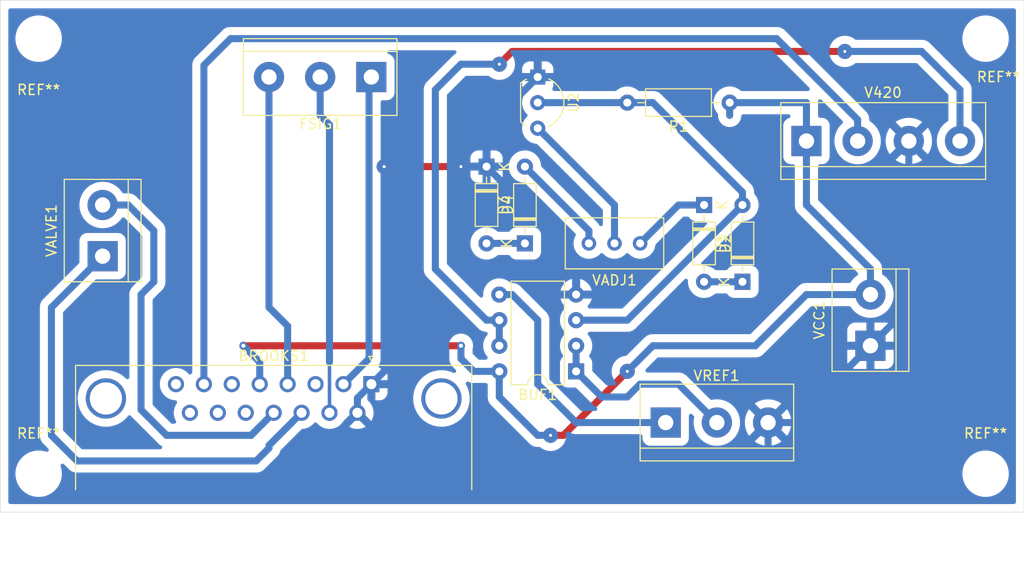
<source format=kicad_pcb>
(kicad_pcb (version 20211014) (generator pcbnew)
  (layers (0 "F.Cu" signal) (31 "B.Cu" signal) (34 "B.Paste" user) (35 "F.Paste" user) (36 "B.SilkS" user "B.Silkscreen") (37 "F.SilkS" user "F.Silkscreen") (38 "B.Mask" user) (39 "F.Mask" user) (44 "Edge.Cuts" user))
  (net 0 "")
  (net 2 "Net-(BROOKS1-Pad12)")
  (net 3 "Net-(BROOKS1-Pad11)")
  (net 4 "Net-(BROOKS1-Pad10)")
  (net 5 "Net-(BROOKS1-Pad7)")
  (net 6 "Net-(BROOKS1-Pad4)")
  (net 7 "Net-(BROOKS1-Pad2)")
  (net 8 "Net-(BUF1-Pad3)")
  (net 9 "Net-(BUF1-Pad1)")
  (net 10 "Net-(D1-Pad1)")
  (net 11 "Net-(D2-Pad1)")
  (net 12 "Net-(D3-Pad2)")
  (net 13 "Net-(D3-Pad1)")
  (net 14 "Net-(U2-Pad3)")
  (net 15 "GND")
  (net 16 "Net-(BUF1-Pad6)")
  (net 17 "Net-(BUF1-Pad5)")
  (net 18 "Net-(BROOKS1-Pad5)")
  (footprint "Connector_Dsub:DSUB-15_Female_Horizontal_P2.77x2.84mm_EdgePinOffset7.70mm_Housed_MountingHolesOffset9.12mm" (layer "F.Cu") (at 176.53 88.9)
    (fp_text reference "BROOKS1" (at -9.695 -2.8) (layer "F.SilkS"))
    (fp_text value "DB15_Male_MountingHoles")
    (fp_line (start -29.355 10.48) (end -29.355 -1.86) (layer "F.SilkS") (width 0.12))
    (fp_line (start 0 -2.321325) (end -0.25 -2.754338) (layer "F.SilkS") (width 0.12))
    (fp_line (start 0.25 -2.754338) (end 0 -2.321325) (layer "F.SilkS") (width 0.12))
    (fp_line (start -0.25 -2.754338) (end 0.25 -2.754338) (layer "F.SilkS") (width 0.12))
    (fp_line (start -29.355 -1.86) (end 9.965 -1.86) (layer "F.SilkS") (width 0.12))
    (fp_line (start 9.965 -1.86) (end 9.965 10.48) (layer "F.SilkS") (width 0.12))
    (pad "0" thru_hole circle locked (at -26.345 1.42) (size 4 4) (drill 3.2) (layers *.Cu *.Mask))
    (pad "0" thru_hole circle locked (at 6.955 1.42) (size 4 4) (drill 3.2) (layers *.Cu *.Mask))
    (pad "1" thru_hole rect locked (at 0 0) (size 1.6 1.6) (drill 1) (layers *.Cu *.Mask) (net 15 "GND"))
    (pad "2" thru_hole circle locked (at -2.77 0) (size 1.6 1.6) (drill 1) (layers *.Cu *.Mask) (net 7 "Net-(BROOKS1-Pad2)"))
    (pad "3" thru_hole circle locked (at -5.54 0) (size 1.6 1.6) (drill 1) (layers *.Cu *.Mask))
    (pad "4" thru_hole circle locked (at -8.31 0) (size 1.6 1.6) (drill 1) (layers *.Cu *.Mask) (net 6 "Net-(BROOKS1-Pad4)"))
    (pad "5" thru_hole circle locked (at -11.08 0) (size 1.6 1.6) (drill 1) (layers *.Cu *.Mask) (net 18 "Net-(BROOKS1-Pad5)"))
    (pad "6" thru_hole circle locked (at -13.85 0) (size 1.6 1.6) (drill 1) (layers *.Cu *.Mask))
    (pad "7" thru_hole circle locked (at -16.62 0) (size 1.6 1.6) (drill 1) (layers *.Cu *.Mask) (net 5 "Net-(BROOKS1-Pad7)"))
    (pad "8" thru_hole circle locked (at -19.39 0) (size 1.6 1.6) (drill 1) (layers *.Cu *.Mask))
    (pad "9" thru_hole circle locked (at -1.385 2.84) (size 1.6 1.6) (drill 1) (layers *.Cu *.Mask) (net 15 "GND"))
    (pad "10" thru_hole circle locked (at -4.155 2.84) (size 1.6 1.6) (drill 1) (layers *.Cu *.Mask) (net 4 "Net-(BROOKS1-Pad10)"))
    (pad "11" thru_hole circle locked (at -6.925 2.84) (size 1.6 1.6) (drill 1) (layers *.Cu *.Mask) (net 3 "Net-(BROOKS1-Pad11)"))
    (pad "12" thru_hole circle locked (at -9.695 2.84) (size 1.6 1.6) (drill 1) (layers *.Cu *.Mask) (net 2 "Net-(BROOKS1-Pad12)"))
    (pad "13" thru_hole circle locked (at -12.465 2.84) (size 1.6 1.6) (drill 1) (layers *.Cu *.Mask))
    (pad "14" thru_hole circle locked (at -15.235 2.84) (size 1.6 1.6) (drill 1) (layers *.Cu *.Mask))
    (pad "15" thru_hole circle locked (at -18.005 2.84) (size 1.6 1.6) (drill 1) (layers *.Cu *.Mask))
  )
  (footprint "Package_DIP:DIP-8_W7.62mm" (layer "F.Cu") (at 196.85 87.63 180)
    (fp_text reference "BUF1" (at 3.81 -2.33) (layer "F.SilkS"))
    (fp_text value "LM358")
    (fp_line (start 6.46 -1.33) (end 4.81 -1.33) (layer "F.SilkS") (width 0.12))
    (fp_line (start 2.81 -1.33) (end 1.16 -1.33) (layer "F.SilkS") (width 0.12))
    (fp_line (start 6.46 8.95) (end 6.46 -1.33) (layer "F.SilkS") (width 0.12))
    (fp_line (start 1.16 8.95) (end 6.46 8.95) (layer "F.SilkS") (width 0.12))
    (fp_line (start 1.16 -1.33) (end 1.16 8.95) (layer "F.SilkS") (width 0.12))
    (fp_arc (start 4.81 -1.33) (mid 3.81 -0.33) (end 2.81 -1.33) (layer "F.SilkS") (width 0.12))
    (pad "1" thru_hole rect locked (at 0 0 180) (size 1.6 1.6) (drill 0.8) (layers *.Cu *.Mask) (net 9 "Net-(BUF1-Pad1)"))
    (pad "2" thru_hole oval locked (at 0 2.54 180) (size 1.6 1.6) (drill 0.8) (layers *.Cu *.Mask) (net 9 "Net-(BUF1-Pad1)"))
    (pad "3" thru_hole oval locked (at 0 5.08 180) (size 1.6 1.6) (drill 0.8) (layers *.Cu *.Mask) (net 8 "Net-(BUF1-Pad3)"))
    (pad "4" thru_hole oval locked (at 0 7.62 180) (size 1.6 1.6) (drill 0.8) (layers *.Cu *.Mask) (net 15 "GND"))
    (pad "5" thru_hole oval locked (at 7.62 7.62 180) (size 1.6 1.6) (drill 0.8) (layers *.Cu *.Mask) (net 17 "Net-(BUF1-Pad5)"))
    (pad "6" thru_hole oval locked (at 7.62 5.08 180) (size 1.6 1.6) (drill 0.8) (layers *.Cu *.Mask) (net 16 "Net-(BUF1-Pad6)"))
    (pad "7" thru_hole oval locked (at 7.62 2.54 180) (size 1.6 1.6) (drill 0.8) (layers *.Cu *.Mask) (net 16 "Net-(BUF1-Pad6)"))
    (pad "8" thru_hole oval locked (at 7.62 0 180) (size 1.6 1.6) (drill 0.8) (layers *.Cu *.Mask) (net 18 "Net-(BROOKS1-Pad5)"))
  )
  (footprint "Diode_THT:D_DO-35_SOD27_P7.62mm_Horizontal" (layer "F.Cu") (at 213.36 78.74 90)
    (fp_text reference "D1" (at 3.81 -2.12 90) (layer "F.SilkS"))
    (fp_text value "1N4148")
    (fp_text user "K" (at 0 -1.8 90) (layer "F.SilkS"))
    (fp_line (start 5.93 -1.12) (end 1.69 -1.12) (layer "F.SilkS") (width 0.12))
    (fp_line (start 1.04 0) (end 1.69 0) (layer "F.SilkS") (width 0.12))
    (fp_line (start 2.53 -1.12) (end 2.53 1.12) (layer "F.SilkS") (width 0.12))
    (fp_line (start 1.69 1.12) (end 5.93 1.12) (layer "F.SilkS") (width 0.12))
    (fp_line (start 6.58 0) (end 5.93 0) (layer "F.SilkS") (width 0.12))
    (fp_line (start 1.69 -1.12) (end 1.69 1.12) (layer "F.SilkS") (width 0.12))
    (fp_line (start 5.93 1.12) (end 5.93 -1.12) (layer "F.SilkS") (width 0.12))
    (fp_line (start 2.29 -1.12) (end 2.29 1.12) (layer "F.SilkS") (width 0.12))
    (fp_line (start 2.41 -1.12) (end 2.41 1.12) (layer "F.SilkS") (width 0.12))
    (pad "1" thru_hole rect locked (at 0 0 90) (size 1.6 1.6) (drill 0.8) (layers *.Cu *.Mask) (net 10 "Net-(D1-Pad1)"))
    (pad "2" thru_hole oval locked (at 7.62 0 90) (size 1.6 1.6) (drill 0.8) (layers *.Cu *.Mask) (net 8 "Net-(BUF1-Pad3)"))
  )
  (footprint "Diode_THT:D_DO-35_SOD27_P7.62mm_Horizontal" (layer "F.Cu") (at 209.55 71.12 -90)
    (fp_text reference "D2" (at 3.81 -2.12 90) (layer "F.SilkS"))
    (fp_text value "1N4148")
    (fp_text user "K" (at 0 -1.8 90) (layer "F.SilkS"))
    (fp_line (start 1.04 0) (end 1.69 0) (layer "F.SilkS") (width 0.12))
    (fp_line (start 2.53 -1.12) (end 2.53 1.12) (layer "F.SilkS") (width 0.12))
    (fp_line (start 1.69 -1.12) (end 1.69 1.12) (layer "F.SilkS") (width 0.12))
    (fp_line (start 6.58 0) (end 5.93 0) (layer "F.SilkS") (width 0.12))
    (fp_line (start 1.69 1.12) (end 5.93 1.12) (layer "F.SilkS") (width 0.12))
    (fp_line (start 2.41 -1.12) (end 2.41 1.12) (layer "F.SilkS") (width 0.12))
    (fp_line (start 2.29 -1.12) (end 2.29 1.12) (layer "F.SilkS") (width 0.12))
    (fp_line (start 5.93 1.12) (end 5.93 -1.12) (layer "F.SilkS") (width 0.12))
    (fp_line (start 5.93 -1.12) (end 1.69 -1.12) (layer "F.SilkS") (width 0.12))
    (pad "1" thru_hole rect locked (at 0 0 270) (size 1.6 1.6) (drill 0.8) (layers *.Cu *.Mask) (net 11 "Net-(D2-Pad1)"))
    (pad "2" thru_hole oval locked (at 7.62 0 270) (size 1.6 1.6) (drill 0.8) (layers *.Cu *.Mask) (net 10 "Net-(D1-Pad1)"))
  )
  (footprint "Diode_THT:D_DO-35_SOD27_P7.62mm_Horizontal" (layer "F.Cu") (at 191.77 74.93 90)
    (fp_text reference "D3" (at 3.81 -2.12 90) (layer "F.SilkS"))
    (fp_text value "1N4148")
    (fp_text user "K" (at 0 -1.8 90) (layer "F.SilkS"))
    (fp_line (start 1.69 -1.12) (end 1.69 1.12) (layer "F.SilkS") (width 0.12))
    (fp_line (start 2.53 -1.12) (end 2.53 1.12) (layer "F.SilkS") (width 0.12))
    (fp_line (start 5.93 -1.12) (end 1.69 -1.12) (layer "F.SilkS") (width 0.12))
    (fp_line (start 1.04 0) (end 1.69 0) (layer "F.SilkS") (width 0.12))
    (fp_line (start 2.29 -1.12) (end 2.29 1.12) (layer "F.SilkS") (width 0.12))
    (fp_line (start 1.69 1.12) (end 5.93 1.12) (layer "F.SilkS") (width 0.12))
    (fp_line (start 2.41 -1.12) (end 2.41 1.12) (layer "F.SilkS") (width 0.12))
    (fp_line (start 5.93 1.12) (end 5.93 -1.12) (layer "F.SilkS") (width 0.12))
    (fp_line (start 6.58 0) (end 5.93 0) (layer "F.SilkS") (width 0.12))
    (pad "1" thru_hole rect locked (at 0 0 90) (size 1.6 1.6) (drill 0.8) (layers *.Cu *.Mask) (net 13 "Net-(D3-Pad1)"))
    (pad "2" thru_hole oval locked (at 7.62 0 90) (size 1.6 1.6) (drill 0.8) (layers *.Cu *.Mask) (net 12 "Net-(D3-Pad2)"))
  )
  (footprint "Diode_THT:D_DO-35_SOD27_P7.62mm_Horizontal" (layer "F.Cu") (at 187.96 67.31 -90)
    (fp_text reference "D4" (at 3.81 -2.12 90) (layer "F.SilkS"))
    (fp_text value "1N4148")
    (fp_text user "K" (at 0 -1.8 90) (layer "F.SilkS"))
    (fp_line (start 1.69 -1.12) (end 1.69 1.12) (layer "F.SilkS") (width 0.12))
    (fp_line (start 6.58 0) (end 5.93 0) (layer "F.SilkS") (width 0.12))
    (fp_line (start 2.41 -1.12) (end 2.41 1.12) (layer "F.SilkS") (width 0.12))
    (fp_line (start 2.29 -1.12) (end 2.29 1.12) (layer "F.SilkS") (width 0.12))
    (fp_line (start 5.93 1.12) (end 5.93 -1.12) (layer "F.SilkS") (width 0.12))
    (fp_line (start 1.69 1.12) (end 5.93 1.12) (layer "F.SilkS") (width 0.12))
    (fp_line (start 5.93 -1.12) (end 1.69 -1.12) (layer "F.SilkS") (width 0.12))
    (fp_line (start 2.53 -1.12) (end 2.53 1.12) (layer "F.SilkS") (width 0.12))
    (fp_line (start 1.04 0) (end 1.69 0) (layer "F.SilkS") (width 0.12))
    (pad "1" thru_hole rect locked (at 0 0 270) (size 1.6 1.6) (drill 0.8) (layers *.Cu *.Mask) (net 15 "GND"))
    (pad "2" thru_hole oval locked (at 7.62 0 270) (size 1.6 1.6) (drill 0.8) (layers *.Cu *.Mask) (net 13 "Net-(D3-Pad1)"))
  )
  (footprint "TerminalBlock:TerminalBlock_bornier-3_P5.08mm" (layer "F.Cu") (at 176.53 58.42 180)
    (fp_text reference "FSIG1" (at 5.05 -4.65) (layer "F.SilkS"))
    (fp_text value "Conn_01x03")
    (fp_line (start -2.54 -3.81) (end 12.7 -3.81) (layer "F.SilkS") (width 0.12))
    (fp_line (start -2.54 2.54) (end 12.7 2.54) (layer "F.SilkS") (width 0.12))
    (fp_line (start 12.7 3.81) (end 12.7 -3.81) (layer "F.SilkS") (width 0.12))
    (fp_line (start -2.54 3.81) (end 12.7 3.81) (layer "F.SilkS") (width 0.12))
    (fp_line (start -2.54 3.81) (end -2.54 -3.81) (layer "F.SilkS") (width 0.12))
    (pad "1" thru_hole rect locked (at 0 0 180) (size 3 3) (drill 1.52) (layers *.Cu *.Mask) (net 7 "Net-(BROOKS1-Pad2)"))
    (pad "2" thru_hole circle locked (at 5.08 0 180) (size 3 3) (drill 1.52) (layers *.Cu *.Mask) (net 4 "Net-(BROOKS1-Pad10)"))
    (pad "3" thru_hole circle locked (at 10.16 0 180) (size 3 3) (drill 1.52) (layers *.Cu *.Mask) (net 6 "Net-(BROOKS1-Pad4)"))
  )
  (footprint "Resistor_THT:R_Axial_DIN0207_L6.3mm_D2.5mm_P10.16mm_Horizontal" (layer "F.Cu") (at 212.09 60.96 180)
    (fp_text reference "R1" (at 5.08 -2.37) (layer "F.SilkS"))
    (fp_text value "R")
    (fp_line (start 1.04 0) (end 1.81 0) (layer "F.SilkS") (width 0.12))
    (fp_line (start 8.35 -1.37) (end 1.81 -1.37) (layer "F.SilkS") (width 0.12))
    (fp_line (start 1.81 -1.37) (end 1.81 1.37) (layer "F.SilkS") (width 0.12))
    (fp_line (start 8.35 1.37) (end 8.35 -1.37) (layer "F.SilkS") (width 0.12))
    (fp_line (start 1.81 1.37) (end 8.35 1.37) (layer "F.SilkS") (width 0.12))
    (fp_line (start 9.12 0) (end 8.35 0) (layer "F.SilkS") (width 0.12))
    (pad "1" thru_hole circle locked (at 0 0 180) (size 1.6 1.6) (drill 0.8) (layers *.Cu *.Mask) (net 18 "Net-(BROOKS1-Pad5)"))
    (pad "2" thru_hole oval locked (at 10.16 0 180) (size 1.6 1.6) (drill 0.8) (layers *.Cu *.Mask) (net 8 "Net-(BUF1-Pad3)"))
  )
  (footprint "Package_TO_SOT_THT:TO-92L_Inline_Wide" (layer "F.Cu") (at 193.04 58.42 -90)
    (fp_text reference "U2" (at 2.54 -3.56 90) (layer "F.SilkS"))
    (fp_text value "LM336")
    (fp_line (start 0.6 1.7) (end 4.45 1.7) (layer "F.SilkS") (width 0.12))
    (fp_arc (start 0.1836 -1.098807) (mid 1.143021 -2.192817) (end 2.54 -2.6) (layer "F.SilkS") (width 0.12))
    (fp_arc (start 4.842383 1.112264) (mid 4.666594 1.419753) (end 4.45 1.7) (layer "F.SilkS") (width 0.12))
    (fp_arc (start 0.6 1.7) (mid 0.389183 1.423933) (end 0.217369 1.122045) (layer "F.SilkS") (width 0.12))
    (fp_arc (start 2.54 -2.6) (mid 3.936979 -2.192818) (end 4.8964 -1.098807) (layer "F.SilkS") (width 0.12))
    (pad "1" thru_hole rect locked (at 0 0) (size 1.5 1.5) (drill 0.8) (layers *.Cu *.Mask) (net 15 "GND"))
    (pad "2" thru_hole circle locked (at 2.54 0) (size 1.5 1.5) (drill 0.8) (layers *.Cu *.Mask) (net 8 "Net-(BUF1-Pad3)"))
    (pad "3" thru_hole circle locked (at 5.08 0) (size 1.5 1.5) (drill 0.8) (layers *.Cu *.Mask) (net 14 "Net-(U2-Pad3)"))
  )
  (footprint "TerminalBlock:TerminalBlock_bornier-3_P5.08mm" (layer "F.Cu") (at 205.74 92.71)
    (fp_text reference "VREF1" (at 5.05 -4.65) (layer "F.SilkS"))
    (fp_text value "Conn_01x03")
    (fp_line (start -2.54 3.81) (end -2.54 -3.81) (layer "F.SilkS") (width 0.12))
    (fp_line (start 12.7 3.81) (end 12.7 -3.81) (layer "F.SilkS") (width 0.12))
    (fp_line (start -2.54 -3.81) (end 12.7 -3.81) (layer "F.SilkS") (width 0.12))
    (fp_line (start -2.54 2.54) (end 12.7 2.54) (layer "F.SilkS") (width 0.12))
    (fp_line (start -2.54 3.81) (end 12.7 3.81) (layer "F.SilkS") (width 0.12))
    (pad "1" thru_hole rect locked (at 0 0) (size 3 3) (drill 1.52) (layers *.Cu *.Mask) (net 17 "Net-(BUF1-Pad5)"))
    (pad "2" thru_hole circle locked (at 5.08 0) (size 3 3) (drill 1.52) (layers *.Cu *.Mask) (net 9 "Net-(BUF1-Pad1)"))
    (pad "3" thru_hole circle locked (at 10.16 0) (size 3 3) (drill 1.52) (layers *.Cu *.Mask) (net 15 "GND"))
  )
  (footprint "TerminalBlock:TerminalBlock_bornier-4_P5.08mm" (layer "F.Cu") (at 219.71 64.77)
    (fp_text reference "V420" (at 7.6 -4.8) (layer "F.SilkS"))
    (fp_text value "Conn_01x04")
    (fp_line (start -2.54 3.81) (end 17.78 3.81) (layer "F.SilkS") (width 0.12))
    (fp_line (start -2.54 -3.81) (end -2.54 3.81) (layer "F.SilkS") (width 0.12))
    (fp_line (start 17.78 2.54) (end -2.54 2.54) (layer "F.SilkS") (width 0.12))
    (fp_line (start 17.78 3.81) (end 17.78 -3.81) (layer "F.SilkS") (width 0.12))
    (fp_line (start -2.54 -3.81) (end 17.78 -3.81) (layer "F.SilkS") (width 0.12))
    (pad "1" thru_hole rect locked (at 0 0) (size 3 3) (drill 1.52) (layers *.Cu *.Mask) (net 18 "Net-(BROOKS1-Pad5)"))
    (pad "2" thru_hole circle locked (at 5.08 0) (size 3 3) (drill 1.52) (layers *.Cu *.Mask) (net 5 "Net-(BROOKS1-Pad7)"))
    (pad "3" thru_hole circle locked (at 10.16 0) (size 3 3) (drill 1.52) (layers *.Cu *.Mask) (net 15 "GND"))
    (pad "4" thru_hole circle locked (at 15.24 0) (size 3 3) (drill 1.52) (layers *.Cu *.Mask) (net 16 "Net-(BUF1-Pad6)"))
  )
  (footprint "TerminalBlock:TerminalBlock_bornier-2_P5.08mm" (layer "F.Cu") (at 226.06 85.09 90)
    (fp_text reference "VCC1" (at 2.54 -5.08 90) (layer "F.SilkS"))
    (fp_text value "Conn_01x02")
    (fp_line (start 7.62 3.81) (end 7.62 -3.81) (layer "F.SilkS") (width 0.12))
    (fp_line (start -2.54 3.81) (end 7.62 3.81) (layer "F.SilkS") (width 0.12))
    (fp_line (start -2.54 -3.81) (end -2.54 3.81) (layer "F.SilkS") (width 0.12))
    (fp_line (start 7.62 2.54) (end -2.54 2.54) (layer "F.SilkS") (width 0.12))
    (fp_line (start 7.62 -3.81) (end -2.54 -3.81) (layer "F.SilkS") (width 0.12))
    (pad "1" thru_hole rect locked (at 0 0 90) (size 3 3) (drill 1.52) (layers *.Cu *.Mask) (net 15 "GND"))
    (pad "2" thru_hole circle locked (at 5.08 0 90) (size 3 3) (drill 1.52) (layers *.Cu *.Mask) (net 18 "Net-(BROOKS1-Pad5)"))
  )
  (footprint "TerminalBlock:TerminalBlock_bornier-2_P5.08mm" (layer "F.Cu") (at 149.86 76.2 90)
    (fp_text reference "VALVE1" (at 2.54 -5.08 90) (layer "F.SilkS"))
    (fp_text value "Conn_01x02")
    (fp_line (start -2.54 -3.81) (end -2.54 3.81) (layer "F.SilkS") (width 0.12))
    (fp_line (start 7.62 3.81) (end 7.62 -3.81) (layer "F.SilkS") (width 0.12))
    (fp_line (start 7.62 -3.81) (end -2.54 -3.81) (layer "F.SilkS") (width 0.12))
    (fp_line (start 7.62 2.54) (end -2.54 2.54) (layer "F.SilkS") (width 0.12))
    (fp_line (start -2.54 3.81) (end 7.62 3.81) (layer "F.SilkS") (width 0.12))
    (pad "1" thru_hole rect locked (at 0 0 90) (size 3 3) (drill 1.52) (layers *.Cu *.Mask) (net 3 "Net-(BROOKS1-Pad11)"))
    (pad "2" thru_hole circle locked (at 5.08 0 90) (size 3 3) (drill 1.52) (layers *.Cu *.Mask) (net 2 "Net-(BROOKS1-Pad12)"))
  )
  (footprint "MountingHole:MountingHole_3mm" (layer "F.Cu") (at 237.49 54.61)
    (fp_text reference "REF**" (at 1.27 3.81) (layer "F.SilkS"))
    (fp_text value "MountingHole_3mm")
    (pad "" np_thru_hole circle locked (at 0 0) (size 3 3) (drill 3) (layers *.Cu *.Mask))
  )
  (footprint "MountingHole:MountingHole_3mm" (layer "F.Cu") (at 143.51 54.61)
    (fp_text reference "REF**" (at 0 5.08) (layer "F.SilkS"))
    (fp_text value "MountingHole_3mm")
    (pad "" np_thru_hole circle locked (at 0 0) (size 3 3) (drill 3) (layers *.Cu *.Mask))
  )
  (footprint "MountingHole:MountingHole_3mm" (layer "F.Cu") (at 143.51 97.79)
    (fp_text reference "REF**" (at 0 -4) (layer "F.SilkS"))
    (fp_text value "MountingHole_3mm")
    (pad "" np_thru_hole circle locked (at 0 0) (size 3 3) (drill 3) (layers *.Cu *.Mask))
  )
  (footprint "MountingHole:MountingHole_3mm" (layer "F.Cu") (at 237.49 97.79)
    (fp_text reference "REF**" (at 0 -4) (layer "F.SilkS"))
    (fp_text value "MountingHole_3mm")
    (pad "" np_thru_hole circle locked (at 0 0) (size 3 3) (drill 3) (layers *.Cu *.Mask))
  )
  (footprint "Potentiometer_THT:Potentiometer_Bourns_3296W_Vertical" (layer "F.Cu") (at 198.12 74.93 180)
    (fp_text reference "VADJ1" (at -2.54 -3.66) (layer "F.SilkS"))
    (fp_text value "10k")
    (fp_line (start -7.425 -2.53) (end -7.425 2.54) (layer "F.SilkS") (width 0.12))
    (fp_line (start -7.425 -2.53) (end 2.345 -2.53) (layer "F.SilkS") (width 0.12))
    (fp_line (start 2.345 -2.53) (end 2.345 2.54) (layer "F.SilkS") (width 0.12))
    (fp_line (start -7.425 2.54) (end 2.345 2.54) (layer "F.SilkS") (width 0.12))
    (pad "1" thru_hole circle (at 0 0 180) (size 1.44 1.44) (drill 0.8) (layers *.Cu *.Mask) (net 12 "Net-(D3-Pad2)"))
    (pad "2" thru_hole circle (at -2.54 0 180) (size 1.44 1.44) (drill 0.8) (layers *.Cu *.Mask) (net 14 "Net-(U2-Pad3)"))
    (pad "3" thru_hole circle (at -5.08 0 180) (size 1.44 1.44) (drill 0.8) (layers *.Cu *.Mask) (net 11 "Net-(D2-Pad1)"))
  )
  (gr_line (start 241.3 101.6) (end 241.3 50.8) (layer "Edge.Cuts") (width 0.05))
  (gr_line (start 139.7 50.8) (end 139.7 101.6) (layer "Edge.Cuts") (width 0.05))
  (gr_line (start 241.3 50.8) (end 139.7 50.8) (layer "Edge.Cuts") (width 0.05))
  (gr_line (start 139.7 101.6) (end 241.3 101.6) (layer "Edge.Cuts") (width 0.05))
  (segment (start 164.595 93.98) (end 156.21 93.98) (width 0.7) (layer "B.Cu") (net 2))
  (segment (start 153.67 91.44) (end 153.67 80.01) (width 0.7) (layer "B.Cu") (net 2))
  (segment (start 154.94 78.74) (end 154.94 73.66) (width 0.7) (layer "B.Cu") (net 2))
  (segment (start 154.94 73.66) (end 152.4 71.12) (width 0.7) (layer "B.Cu") (net 2))
  (segment (start 152.4 71.12) (end 149.86 71.12) (width 0.7) (layer "B.Cu") (net 2))
  (segment (start 153.67 80.01) (end 154.94 78.74) (width 0.7) (layer "B.Cu") (net 2))
  (segment (start 156.21 93.98) (end 153.67 91.44) (width 0.7) (layer "B.Cu") (net 2))
  (segment (start 166.835 91.74) (end 164.595 93.98) (width 0.7) (layer "B.Cu") (net 2))
  (segment (start 166.37 94.975) (end 166.37 95.25) (width 0.7) (layer "B.Cu") (net 3))
  (segment (start 147.32 96.52) (end 144.78 93.98) (width 0.7) (layer "B.Cu") (net 3))
  (segment (start 166.37 95.25) (end 165.1 96.52) (width 0.7) (layer "B.Cu") (net 3))
  (segment (start 144.78 81.28) (end 149.86 76.2) (width 0.7) (layer "B.Cu") (net 3))
  (segment (start 144.78 93.98) (end 144.78 81.28) (width 0.7) (layer "B.Cu") (net 3))
  (segment (start 169.605 91.74) (end 166.37 94.975) (width 0.7) (layer "B.Cu") (net 3))
  (segment (start 165.1 96.52) (end 147.32 96.52) (width 0.7) (layer "B.Cu") (net 3))
  (segment (start 172.375 91.74) (end 172.375 86.705) (width 0.35) (layer "B.Cu") (net 4))
  (segment (start 172.375 86.705) (end 172.375 63.155) (width 0.7) (layer "B.Cu") (net 4))
  (segment (start 172.375 63.155) (end 171.45 62.23) (width 0.7) (layer "B.Cu") (net 4))
  (segment (start 171.45 62.23) (end 171.45 58.42) (width 0.7) (layer "B.Cu") (net 4))
  (segment (start 224.79 62.64868) (end 224.79 64.77) (width 0.7) (layer "B.Cu") (net 5))
  (segment (start 162.56 54.61) (end 216.75132 54.61) (width 0.7) (layer "B.Cu") (net 5))
  (segment (start 216.75132 54.61) (end 224.79 62.64868) (width 0.7) (layer "B.Cu") (net 5))
  (segment (start 159.91 88.9) (end 159.91 57.26) (width 0.7) (layer "B.Cu") (net 5))
  (segment (start 159.91 57.26) (end 162.56 54.61) (width 0.7) (layer "B.Cu") (net 5))
  (segment (start 168.22 88.9) (end 168.22 83.13) (width 0.7) (layer "B.Cu") (net 6))
  (segment (start 168.22 83.13) (end 166.37 81.28) (width 0.7) (layer "B.Cu") (net 6))
  (segment (start 166.37 81.28) (end 166.37 58.42) (width 0.7) (layer "B.Cu") (net 6))
  (segment (start 176.3 86.36) (end 176.3 58.65) (width 0.7) (layer "B.Cu") (net 7))
  (segment (start 176.3 58.65) (end 176.53 58.42) (width 0.7) (layer "B.Cu") (net 7))
  (segment (start 173.76 88.9) (end 176.3 86.36) (width 0.7) (layer "B.Cu") (net 7))
  (segment (start 213.36 71.12) (end 201.93 82.55) (width 0.7) (layer "B.Cu") (net 8))
  (segment (start 193.04 60.96) (end 201.93 60.96) (width 0.7) (layer "B.Cu") (net 8))
  (segment (start 201.93 82.55) (end 196.85 82.55) (width 0.7) (layer "B.Cu") (net 8))
  (segment (start 204.47 60.96) (end 201.93 60.96) (width 0.7) (layer "B.Cu") (net 8))
  (segment (start 213.36 71.12) (end 213.36 69.85) (width 0.7) (layer "B.Cu") (net 8))
  (segment (start 213.36 69.85) (end 204.47 60.96) (width 0.7) (layer "B.Cu") (net 8))
  (segment (start 207.01 88.9) (end 203.2 88.9) (width 0.7) (layer "B.Cu") (net 9))
  (segment (start 203.2 88.9) (end 201.93 90.17) (width 0.7) (layer "B.Cu") (net 9))
  (segment (start 210.82 92.71) (end 207.01 88.9) (width 0.7) (layer "B.Cu") (net 9))
  (segment (start 196.85 87.63) (end 196.85 85.09) (width 0.7) (layer "B.Cu") (net 9))
  (segment (start 199.39 90.17) (end 196.85 87.63) (width 0.7) (layer "B.Cu") (net 9))
  (segment (start 201.93 90.17) (end 199.39 90.17) (width 0.7) (layer "B.Cu") (net 9))
  (segment (start 209.55 78.74) (end 213.36 78.74) (width 0.7) (layer "B.Cu") (net 10))
  (segment (start 207.01 71.12) (end 203.2 74.93) (width 0.7) (layer "B.Cu") (net 11))
  (segment (start 209.55 71.12) (end 207.01 71.12) (width 0.7) (layer "B.Cu") (net 11))
  (segment (start 198.12 73.66) (end 191.77 67.31) (width 0.7) (layer "B.Cu") (net 12))
  (segment (start 198.12 74.93) (end 198.12 73.66) (width 0.7) (layer "B.Cu") (net 12))
  (segment (start 187.96 74.93) (end 191.77 74.93) (width 0.7) (layer "B.Cu") (net 13))
  (segment (start 200.66 71.12) (end 193.04 63.5) (width 0.7) (layer "B.Cu") (net 14))
  (segment (start 200.66 74.93) (end 200.66 71.12) (width 0.7) (layer "B.Cu") (net 14))
  (segment (start 185.42 67.31) (end 185.42 67.31) (width 0.7) (layer "F.Cu") (net 15))
  (segment (start 177.8 67.31) (end 185.42 67.31) (width 0.7) (layer "F.Cu") (net 15))
  (via (at 177.8 67.31) (size 1.5) (drill 0.3) (layers "F.Cu" "B.Cu") (net 15))
  (via (at 185.42 67.31) (size 1.5) (drill 0.3) (layers "F.Cu" "B.Cu") (net 15))
  (segment (start 177.8 67.31) (end 177.8 67.31) (width 0.7) (layer "B.Cu") (net 15))
  (segment (start 190.5 69.85) (end 187.96 67.31) (width 0.7) (layer "B.Cu") (net 15))
  (segment (start 218.44 92.71) (end 226.06 85.09) (width 0.7) (layer "B.Cu") (net 15))
  (segment (start 214.63 96.52) (end 215.9 95.25) (width 0.7) (layer "B.Cu") (net 15))
  (segment (start 226.06 85.09) (end 229.87 81.28) (width 0.7) (layer "B.Cu") (net 15))
  (segment (start 185.42 67.31) (end 187.96 67.31) (width 0.7) (layer "B.Cu") (net 15))
  (segment (start 229.87 81.28) (end 229.87 64.77) (width 0.7) (layer "B.Cu") (net 15))
  (segment (start 196.85 77.47) (end 194.31 74.93) (width 0.7) (layer "B.Cu") (net 15))
  (segment (start 194.31 74.93) (end 194.31 73.66) (width 0.7) (layer "B.Cu") (net 15))
  (segment (start 215.9 95.25) (end 215.9 92.71) (width 0.7) (layer "B.Cu") (net 15))
  (segment (start 177.8 87.63) (end 177.8 67.31) (width 0.7) (layer "B.Cu") (net 15))
  (segment (start 200.66 96.52) (end 214.63 96.52) (width 0.7) (layer "B.Cu") (net 15))
  (segment (start 196.85 80.01) (end 196.85 77.47) (width 0.7) (layer "B.Cu") (net 15))
  (segment (start 193.675 96.52) (end 193.04 96.52) (width 0.7) (layer "B.Cu") (net 15))
  (segment (start 187.96 63.5) (end 193.04 58.42) (width 0.7) (layer "B.Cu") (net 15))
  (segment (start 176.53 88.9) (end 177.8 87.63) (width 0.7) (layer "B.Cu") (net 15))
  (segment (start 175.145 91.74) (end 175.145 90.285) (width 0.7) (layer "B.Cu") (net 15))
  (segment (start 193.675 96.52) (end 179.925 96.52) (width 0.7) (layer "B.Cu") (net 15))
  (segment (start 179.925 96.52) (end 175.145 91.74) (width 0.7) (layer "B.Cu") (net 15))
  (segment (start 200.66 96.52) (end 193.675 96.52) (width 0.7) (layer "B.Cu") (net 15))
  (segment (start 175.145 90.285) (end 176.53 88.9) (width 0.7) (layer "B.Cu") (net 15))
  (segment (start 187.96 67.31) (end 187.96 63.5) (width 0.7) (layer "B.Cu") (net 15))
  (segment (start 194.31 73.66) (end 190.5 69.85) (width 0.7) (layer "B.Cu") (net 15))
  (segment (start 215.9 92.71) (end 218.44 92.71) (width 0.7) (layer "B.Cu") (net 15))
  (segment (start 189.23 57.15) (end 189.23 57.15) (width 0.7) (layer "F.Cu") (net 16))
  (segment (start 190.5 55.88) (end 189.23 57.15) (width 0.7) (layer "F.Cu") (net 16))
  (segment (start 193.089998 55.88) (end 190.5 55.88) (width 0.7) (layer "F.Cu") (net 16))
  (segment (start 223.52 55.88) (end 193.089998 55.88) (width 0.7) (layer "F.Cu") (net 16))
  (via (at 223.52 55.88) (size 1.5) (drill 0.3) (layers "F.Cu" "B.Cu") (net 16))
  (via (at 189.23 57.15) (size 1.5) (drill 0.3) (layers "F.Cu" "B.Cu") (net 16))
  (segment (start 223.52 55.88) (end 223.52 55.88) (width 0.7) (layer "B.Cu") (net 16))
  (segment (start 234.95 64.77) (end 234.95 59.69) (width 0.7) (layer "B.Cu") (net 16))
  (segment (start 182.88 77.47) (end 187.96 82.55) (width 0.7) (layer "B.Cu") (net 16))
  (segment (start 234.95 59.69) (end 231.14 55.88) (width 0.7) (layer "B.Cu") (net 16))
  (segment (start 182.88 59.69) (end 182.88 77.47) (width 0.7) (layer "B.Cu") (net 16))
  (segment (start 189.23 82.55) (end 189.23 85.09) (width 0.7) (layer "B.Cu") (net 16))
  (segment (start 187.96 82.55) (end 189.23 82.55) (width 0.7) (layer "B.Cu") (net 16))
  (segment (start 185.42 57.15) (end 182.88 59.69) (width 0.7) (layer "B.Cu") (net 16))
  (segment (start 231.14 55.88) (end 223.52 55.88) (width 0.7) (layer "B.Cu") (net 16))
  (segment (start 189.23 57.15) (end 185.42 57.15) (width 0.7) (layer "B.Cu") (net 16))
  (segment (start 196.85 92.71) (end 193.04 88.9) (width 0.7) (layer "B.Cu") (net 17))
  (segment (start 193.04 82.55) (end 190.5 80.01) (width 0.7) (layer "B.Cu") (net 17))
  (segment (start 193.04 88.9) (end 193.04 82.55) (width 0.7) (layer "B.Cu") (net 17))
  (segment (start 190.5 80.01) (end 189.23 80.01) (width 0.7) (layer "B.Cu") (net 17))
  (segment (start 205.74 92.71) (end 196.85 92.71) (width 0.7) (layer "B.Cu") (net 17))
  (segment (start 163.83 85.09) (end 185.42 85.09) (width 0.7) (layer "F.Cu") (net 18))
  (segment (start 194.31 93.98) (end 195.58 93.98) (width 0.7) (layer "F.Cu") (net 18))
  (segment (start 195.58 93.98) (end 201.93 87.63) (width 0.7) (layer "F.Cu") (net 18))
  (via (at 163.83 85.09) (size 0.8) (drill 0.4) (layers "F.Cu" "B.Cu") (net 18))
  (via (at 194.31 93.98) (size 1.5) (drill 0.3) (layers "F.Cu" "B.Cu") (net 18))
  (via (at 185.42 85.09) (size 0.8) (drill 0.4) (layers "F.Cu" "B.Cu") (net 18))
  (via (at 201.93 87.63) (size 1.5) (drill 0.3) (layers "F.Cu" "B.Cu") (net 18))
  (segment (start 219.71 80.01) (end 226.06 80.01) (width 0.7) (layer "B.Cu") (net 18))
  (segment (start 185.42 86.36) (end 186.69 87.63) (width 0.7) (layer "B.Cu") (net 18))
  (segment (start 186.69 87.63) (end 189.23 87.63) (width 0.7) (layer "B.Cu") (net 18))
  (segment (start 194.31 93.98) (end 193.04 93.98) (width 0.7) (layer "B.Cu") (net 18))
  (segment (start 189.23 90.17) (end 189.23 87.63) (width 0.7) (layer "B.Cu") (net 18))
  (segment (start 185.42 85.09) (end 185.42 86.36) (width 0.7) (layer "B.Cu") (net 18))
  (segment (start 201.93 87.63) (end 204.47 85.09) (width 0.7) (layer "B.Cu") (net 18))
  (segment (start 226.06 77.47) (end 219.71 71.12) (width 0.7) (layer "B.Cu") (net 18))
  (segment (start 193.04 93.98) (end 189.23 90.17) (width 0.7) (layer "B.Cu") (net 18))
  (segment (start 226.06 80.01) (end 226.06 77.47) (width 0.7) (layer "B.Cu") (net 18))
  (segment (start 219.71 64.77) (end 219.71 60.96) (width 0.7) (layer "B.Cu") (net 18))
  (segment (start 165.45 88.9) (end 165.45 86.71) (width 0.7) (layer "B.Cu") (net 18))
  (segment (start 214.63 85.09) (end 219.71 80.01) (width 0.7) (layer "B.Cu") (net 18))
  (segment (start 165.45 86.71) (end 163.83 85.09) (width 0.7) (layer "B.Cu") (net 18))
  (segment (start 212.09 60.96) (end 219.71 60.96) (width 0.7) (layer "B.Cu") (net 18))
  (segment (start 212.09 62.23) (end 212.09 60.96) (width 0.7) (layer "B.Cu") (net 18))
  (segment (start 219.71 71.12) (end 219.71 64.77) (width 0.7) (layer "B.Cu") (net 18))
  (segment (start 204.47 85.09) (end 214.63 85.09) (width 0.7) (layer "B.Cu") (net 18))
  (zone (net 15) (net_name "GND") (layer "B.Cu") (connect_pads (clearance 0.8)) (min_thickness 0.4) (fill yes (thermal_gap 0.8) (thermal_bridge_width 0.8))
    (polygon (pts (xy 241.3 101.6) (xy 139.7 101.6) (xy 139.7 50.8) (xy 241.3 50.8)))
  )
)
</source>
